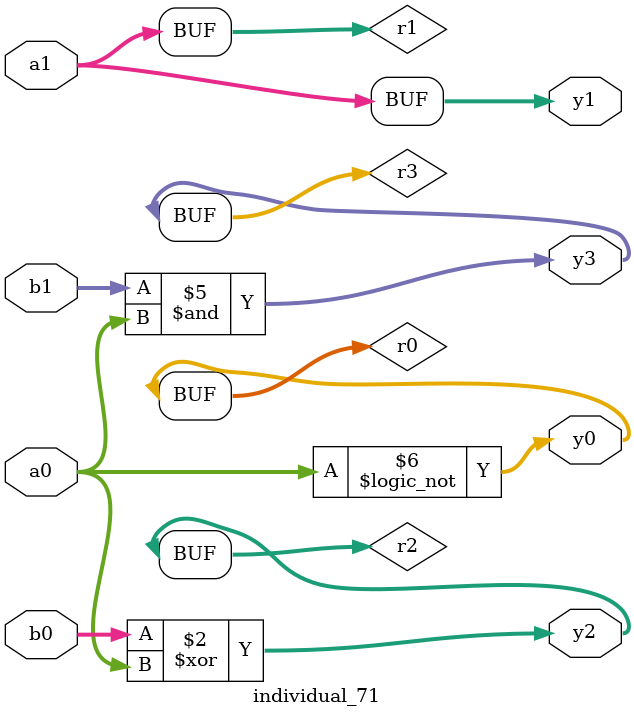
<source format=sv>
module individual_71(input logic [15:0] a1, input logic [15:0] a0, input logic [15:0] b1, input logic [15:0] b0, output logic [15:0] y3, output logic [15:0] y2, output logic [15:0] y1, output logic [15:0] y0);
logic [15:0] r0, r1, r2, r3; 
 always@(*) begin 
	 r0 = a0; r1 = a1; r2 = b0; r3 = b1; 
 	 r2  ^=  a0 ;
 	 r0  &=  b0 ;
 	 r0  &=  a0 ;
 	 r3  &=  a0 ;
 	 r0 = ! a0 ;
 	 y3 = r3; y2 = r2; y1 = r1; y0 = r0; 
end
endmodule
</source>
